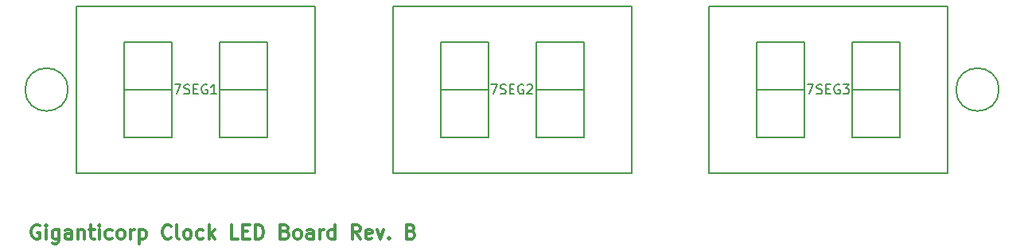
<source format=gto>
G04 #@! TF.FileFunction,Legend,Top*
%FSLAX46Y46*%
G04 Gerber Fmt 4.6, Leading zero omitted, Abs format (unit mm)*
G04 Created by KiCad (PCBNEW (2015-07-22 BZR 5980)-product) date Thursday, August 27, 2015 'AMt' 07:54:42 AM*
%MOMM*%
G01*
G04 APERTURE LIST*
%ADD10C,0.100000*%
%ADD11C,0.300000*%
%ADD12C,0.150000*%
G04 APERTURE END LIST*
D10*
D11*
X81152857Y-122440000D02*
X81010000Y-122368571D01*
X80795714Y-122368571D01*
X80581429Y-122440000D01*
X80438571Y-122582857D01*
X80367143Y-122725714D01*
X80295714Y-123011429D01*
X80295714Y-123225714D01*
X80367143Y-123511429D01*
X80438571Y-123654286D01*
X80581429Y-123797143D01*
X80795714Y-123868571D01*
X80938571Y-123868571D01*
X81152857Y-123797143D01*
X81224286Y-123725714D01*
X81224286Y-123225714D01*
X80938571Y-123225714D01*
X81867143Y-123868571D02*
X81867143Y-122868571D01*
X81867143Y-122368571D02*
X81795714Y-122440000D01*
X81867143Y-122511429D01*
X81938571Y-122440000D01*
X81867143Y-122368571D01*
X81867143Y-122511429D01*
X83224286Y-122868571D02*
X83224286Y-124082857D01*
X83152857Y-124225714D01*
X83081429Y-124297143D01*
X82938572Y-124368571D01*
X82724286Y-124368571D01*
X82581429Y-124297143D01*
X83224286Y-123797143D02*
X83081429Y-123868571D01*
X82795715Y-123868571D01*
X82652857Y-123797143D01*
X82581429Y-123725714D01*
X82510000Y-123582857D01*
X82510000Y-123154286D01*
X82581429Y-123011429D01*
X82652857Y-122940000D01*
X82795715Y-122868571D01*
X83081429Y-122868571D01*
X83224286Y-122940000D01*
X84581429Y-123868571D02*
X84581429Y-123082857D01*
X84510000Y-122940000D01*
X84367143Y-122868571D01*
X84081429Y-122868571D01*
X83938572Y-122940000D01*
X84581429Y-123797143D02*
X84438572Y-123868571D01*
X84081429Y-123868571D01*
X83938572Y-123797143D01*
X83867143Y-123654286D01*
X83867143Y-123511429D01*
X83938572Y-123368571D01*
X84081429Y-123297143D01*
X84438572Y-123297143D01*
X84581429Y-123225714D01*
X85295715Y-122868571D02*
X85295715Y-123868571D01*
X85295715Y-123011429D02*
X85367143Y-122940000D01*
X85510001Y-122868571D01*
X85724286Y-122868571D01*
X85867143Y-122940000D01*
X85938572Y-123082857D01*
X85938572Y-123868571D01*
X86438572Y-122868571D02*
X87010001Y-122868571D01*
X86652858Y-122368571D02*
X86652858Y-123654286D01*
X86724286Y-123797143D01*
X86867144Y-123868571D01*
X87010001Y-123868571D01*
X87510001Y-123868571D02*
X87510001Y-122868571D01*
X87510001Y-122368571D02*
X87438572Y-122440000D01*
X87510001Y-122511429D01*
X87581429Y-122440000D01*
X87510001Y-122368571D01*
X87510001Y-122511429D01*
X88867144Y-123797143D02*
X88724287Y-123868571D01*
X88438573Y-123868571D01*
X88295715Y-123797143D01*
X88224287Y-123725714D01*
X88152858Y-123582857D01*
X88152858Y-123154286D01*
X88224287Y-123011429D01*
X88295715Y-122940000D01*
X88438573Y-122868571D01*
X88724287Y-122868571D01*
X88867144Y-122940000D01*
X89724287Y-123868571D02*
X89581429Y-123797143D01*
X89510001Y-123725714D01*
X89438572Y-123582857D01*
X89438572Y-123154286D01*
X89510001Y-123011429D01*
X89581429Y-122940000D01*
X89724287Y-122868571D01*
X89938572Y-122868571D01*
X90081429Y-122940000D01*
X90152858Y-123011429D01*
X90224287Y-123154286D01*
X90224287Y-123582857D01*
X90152858Y-123725714D01*
X90081429Y-123797143D01*
X89938572Y-123868571D01*
X89724287Y-123868571D01*
X90867144Y-123868571D02*
X90867144Y-122868571D01*
X90867144Y-123154286D02*
X90938572Y-123011429D01*
X91010001Y-122940000D01*
X91152858Y-122868571D01*
X91295715Y-122868571D01*
X91795715Y-122868571D02*
X91795715Y-124368571D01*
X91795715Y-122940000D02*
X91938572Y-122868571D01*
X92224286Y-122868571D01*
X92367143Y-122940000D01*
X92438572Y-123011429D01*
X92510001Y-123154286D01*
X92510001Y-123582857D01*
X92438572Y-123725714D01*
X92367143Y-123797143D01*
X92224286Y-123868571D01*
X91938572Y-123868571D01*
X91795715Y-123797143D01*
X95152858Y-123725714D02*
X95081429Y-123797143D01*
X94867143Y-123868571D01*
X94724286Y-123868571D01*
X94510001Y-123797143D01*
X94367143Y-123654286D01*
X94295715Y-123511429D01*
X94224286Y-123225714D01*
X94224286Y-123011429D01*
X94295715Y-122725714D01*
X94367143Y-122582857D01*
X94510001Y-122440000D01*
X94724286Y-122368571D01*
X94867143Y-122368571D01*
X95081429Y-122440000D01*
X95152858Y-122511429D01*
X96010001Y-123868571D02*
X95867143Y-123797143D01*
X95795715Y-123654286D01*
X95795715Y-122368571D01*
X96795715Y-123868571D02*
X96652857Y-123797143D01*
X96581429Y-123725714D01*
X96510000Y-123582857D01*
X96510000Y-123154286D01*
X96581429Y-123011429D01*
X96652857Y-122940000D01*
X96795715Y-122868571D01*
X97010000Y-122868571D01*
X97152857Y-122940000D01*
X97224286Y-123011429D01*
X97295715Y-123154286D01*
X97295715Y-123582857D01*
X97224286Y-123725714D01*
X97152857Y-123797143D01*
X97010000Y-123868571D01*
X96795715Y-123868571D01*
X98581429Y-123797143D02*
X98438572Y-123868571D01*
X98152858Y-123868571D01*
X98010000Y-123797143D01*
X97938572Y-123725714D01*
X97867143Y-123582857D01*
X97867143Y-123154286D01*
X97938572Y-123011429D01*
X98010000Y-122940000D01*
X98152858Y-122868571D01*
X98438572Y-122868571D01*
X98581429Y-122940000D01*
X99224286Y-123868571D02*
X99224286Y-122368571D01*
X99367143Y-123297143D02*
X99795714Y-123868571D01*
X99795714Y-122868571D02*
X99224286Y-123440000D01*
X102295715Y-123868571D02*
X101581429Y-123868571D01*
X101581429Y-122368571D01*
X102795715Y-123082857D02*
X103295715Y-123082857D01*
X103510001Y-123868571D02*
X102795715Y-123868571D01*
X102795715Y-122368571D01*
X103510001Y-122368571D01*
X104152858Y-123868571D02*
X104152858Y-122368571D01*
X104510001Y-122368571D01*
X104724286Y-122440000D01*
X104867144Y-122582857D01*
X104938572Y-122725714D01*
X105010001Y-123011429D01*
X105010001Y-123225714D01*
X104938572Y-123511429D01*
X104867144Y-123654286D01*
X104724286Y-123797143D01*
X104510001Y-123868571D01*
X104152858Y-123868571D01*
X107295715Y-123082857D02*
X107510001Y-123154286D01*
X107581429Y-123225714D01*
X107652858Y-123368571D01*
X107652858Y-123582857D01*
X107581429Y-123725714D01*
X107510001Y-123797143D01*
X107367143Y-123868571D01*
X106795715Y-123868571D01*
X106795715Y-122368571D01*
X107295715Y-122368571D01*
X107438572Y-122440000D01*
X107510001Y-122511429D01*
X107581429Y-122654286D01*
X107581429Y-122797143D01*
X107510001Y-122940000D01*
X107438572Y-123011429D01*
X107295715Y-123082857D01*
X106795715Y-123082857D01*
X108510001Y-123868571D02*
X108367143Y-123797143D01*
X108295715Y-123725714D01*
X108224286Y-123582857D01*
X108224286Y-123154286D01*
X108295715Y-123011429D01*
X108367143Y-122940000D01*
X108510001Y-122868571D01*
X108724286Y-122868571D01*
X108867143Y-122940000D01*
X108938572Y-123011429D01*
X109010001Y-123154286D01*
X109010001Y-123582857D01*
X108938572Y-123725714D01*
X108867143Y-123797143D01*
X108724286Y-123868571D01*
X108510001Y-123868571D01*
X110295715Y-123868571D02*
X110295715Y-123082857D01*
X110224286Y-122940000D01*
X110081429Y-122868571D01*
X109795715Y-122868571D01*
X109652858Y-122940000D01*
X110295715Y-123797143D02*
X110152858Y-123868571D01*
X109795715Y-123868571D01*
X109652858Y-123797143D01*
X109581429Y-123654286D01*
X109581429Y-123511429D01*
X109652858Y-123368571D01*
X109795715Y-123297143D01*
X110152858Y-123297143D01*
X110295715Y-123225714D01*
X111010001Y-123868571D02*
X111010001Y-122868571D01*
X111010001Y-123154286D02*
X111081429Y-123011429D01*
X111152858Y-122940000D01*
X111295715Y-122868571D01*
X111438572Y-122868571D01*
X112581429Y-123868571D02*
X112581429Y-122368571D01*
X112581429Y-123797143D02*
X112438572Y-123868571D01*
X112152858Y-123868571D01*
X112010000Y-123797143D01*
X111938572Y-123725714D01*
X111867143Y-123582857D01*
X111867143Y-123154286D01*
X111938572Y-123011429D01*
X112010000Y-122940000D01*
X112152858Y-122868571D01*
X112438572Y-122868571D01*
X112581429Y-122940000D01*
X115295715Y-123868571D02*
X114795715Y-123154286D01*
X114438572Y-123868571D02*
X114438572Y-122368571D01*
X115010000Y-122368571D01*
X115152858Y-122440000D01*
X115224286Y-122511429D01*
X115295715Y-122654286D01*
X115295715Y-122868571D01*
X115224286Y-123011429D01*
X115152858Y-123082857D01*
X115010000Y-123154286D01*
X114438572Y-123154286D01*
X116510000Y-123797143D02*
X116367143Y-123868571D01*
X116081429Y-123868571D01*
X115938572Y-123797143D01*
X115867143Y-123654286D01*
X115867143Y-123082857D01*
X115938572Y-122940000D01*
X116081429Y-122868571D01*
X116367143Y-122868571D01*
X116510000Y-122940000D01*
X116581429Y-123082857D01*
X116581429Y-123225714D01*
X115867143Y-123368571D01*
X117081429Y-122868571D02*
X117438572Y-123868571D01*
X117795714Y-122868571D01*
X118367143Y-123725714D02*
X118438571Y-123797143D01*
X118367143Y-123868571D01*
X118295714Y-123797143D01*
X118367143Y-123725714D01*
X118367143Y-123868571D01*
X120724286Y-123082857D02*
X120938572Y-123154286D01*
X121010000Y-123225714D01*
X121081429Y-123368571D01*
X121081429Y-123582857D01*
X121010000Y-123725714D01*
X120938572Y-123797143D01*
X120795714Y-123868571D01*
X120224286Y-123868571D01*
X120224286Y-122368571D01*
X120724286Y-122368571D01*
X120867143Y-122440000D01*
X120938572Y-122511429D01*
X121010000Y-122654286D01*
X121010000Y-122797143D01*
X120938572Y-122940000D01*
X120867143Y-123011429D01*
X120724286Y-123082857D01*
X120224286Y-123082857D01*
D12*
X183261000Y-107950000D02*
G75*
G03X183261000Y-107950000I-2286000J0D01*
G01*
X84201000Y-107950000D02*
G75*
G03X84201000Y-107950000I-2286000J0D01*
G01*
X85090000Y-99060000D02*
X85090000Y-116840000D01*
X110490000Y-99060000D02*
X110490000Y-116840000D01*
X95250000Y-107950000D02*
X90170000Y-107950000D01*
X100330000Y-107950000D02*
X105410000Y-107950000D01*
X85090000Y-116840000D02*
X110490000Y-116840000D01*
X110490000Y-99060000D02*
X85090000Y-99060000D01*
X100330000Y-102870000D02*
X100330000Y-113030000D01*
X100330000Y-113030000D02*
X105410000Y-113030000D01*
X105410000Y-113030000D02*
X105410000Y-102870000D01*
X105410000Y-102870000D02*
X100330000Y-102870000D01*
X90170000Y-102870000D02*
X90170000Y-113030000D01*
X90170000Y-113030000D02*
X95250000Y-113030000D01*
X95250000Y-113030000D02*
X95250000Y-102870000D01*
X95250000Y-102870000D02*
X90170000Y-102870000D01*
X118745000Y-99060000D02*
X118745000Y-116840000D01*
X144145000Y-99060000D02*
X144145000Y-116840000D01*
X128905000Y-107950000D02*
X123825000Y-107950000D01*
X133985000Y-107950000D02*
X139065000Y-107950000D01*
X118745000Y-116840000D02*
X144145000Y-116840000D01*
X144145000Y-99060000D02*
X118745000Y-99060000D01*
X133985000Y-102870000D02*
X133985000Y-113030000D01*
X133985000Y-113030000D02*
X139065000Y-113030000D01*
X139065000Y-113030000D02*
X139065000Y-102870000D01*
X139065000Y-102870000D02*
X133985000Y-102870000D01*
X123825000Y-102870000D02*
X123825000Y-113030000D01*
X123825000Y-113030000D02*
X128905000Y-113030000D01*
X128905000Y-113030000D02*
X128905000Y-102870000D01*
X128905000Y-102870000D02*
X123825000Y-102870000D01*
X152400000Y-99060000D02*
X152400000Y-116840000D01*
X177800000Y-99060000D02*
X177800000Y-116840000D01*
X162560000Y-107950000D02*
X157480000Y-107950000D01*
X167640000Y-107950000D02*
X172720000Y-107950000D01*
X152400000Y-116840000D02*
X177800000Y-116840000D01*
X177800000Y-99060000D02*
X152400000Y-99060000D01*
X167640000Y-102870000D02*
X167640000Y-113030000D01*
X167640000Y-113030000D02*
X172720000Y-113030000D01*
X172720000Y-113030000D02*
X172720000Y-102870000D01*
X172720000Y-102870000D02*
X167640000Y-102870000D01*
X157480000Y-102870000D02*
X157480000Y-113030000D01*
X157480000Y-113030000D02*
X162560000Y-113030000D01*
X162560000Y-113030000D02*
X162560000Y-102870000D01*
X162560000Y-102870000D02*
X157480000Y-102870000D01*
X95551905Y-107402381D02*
X96218572Y-107402381D01*
X95790000Y-108402381D01*
X96551905Y-108354762D02*
X96694762Y-108402381D01*
X96932858Y-108402381D01*
X97028096Y-108354762D01*
X97075715Y-108307143D01*
X97123334Y-108211905D01*
X97123334Y-108116667D01*
X97075715Y-108021429D01*
X97028096Y-107973810D01*
X96932858Y-107926190D01*
X96742381Y-107878571D01*
X96647143Y-107830952D01*
X96599524Y-107783333D01*
X96551905Y-107688095D01*
X96551905Y-107592857D01*
X96599524Y-107497619D01*
X96647143Y-107450000D01*
X96742381Y-107402381D01*
X96980477Y-107402381D01*
X97123334Y-107450000D01*
X97551905Y-107878571D02*
X97885239Y-107878571D01*
X98028096Y-108402381D02*
X97551905Y-108402381D01*
X97551905Y-107402381D01*
X98028096Y-107402381D01*
X98980477Y-107450000D02*
X98885239Y-107402381D01*
X98742382Y-107402381D01*
X98599524Y-107450000D01*
X98504286Y-107545238D01*
X98456667Y-107640476D01*
X98409048Y-107830952D01*
X98409048Y-107973810D01*
X98456667Y-108164286D01*
X98504286Y-108259524D01*
X98599524Y-108354762D01*
X98742382Y-108402381D01*
X98837620Y-108402381D01*
X98980477Y-108354762D01*
X99028096Y-108307143D01*
X99028096Y-107973810D01*
X98837620Y-107973810D01*
X99980477Y-108402381D02*
X99409048Y-108402381D01*
X99694762Y-108402381D02*
X99694762Y-107402381D01*
X99599524Y-107545238D01*
X99504286Y-107640476D01*
X99409048Y-107688095D01*
X129206905Y-107402381D02*
X129873572Y-107402381D01*
X129445000Y-108402381D01*
X130206905Y-108354762D02*
X130349762Y-108402381D01*
X130587858Y-108402381D01*
X130683096Y-108354762D01*
X130730715Y-108307143D01*
X130778334Y-108211905D01*
X130778334Y-108116667D01*
X130730715Y-108021429D01*
X130683096Y-107973810D01*
X130587858Y-107926190D01*
X130397381Y-107878571D01*
X130302143Y-107830952D01*
X130254524Y-107783333D01*
X130206905Y-107688095D01*
X130206905Y-107592857D01*
X130254524Y-107497619D01*
X130302143Y-107450000D01*
X130397381Y-107402381D01*
X130635477Y-107402381D01*
X130778334Y-107450000D01*
X131206905Y-107878571D02*
X131540239Y-107878571D01*
X131683096Y-108402381D02*
X131206905Y-108402381D01*
X131206905Y-107402381D01*
X131683096Y-107402381D01*
X132635477Y-107450000D02*
X132540239Y-107402381D01*
X132397382Y-107402381D01*
X132254524Y-107450000D01*
X132159286Y-107545238D01*
X132111667Y-107640476D01*
X132064048Y-107830952D01*
X132064048Y-107973810D01*
X132111667Y-108164286D01*
X132159286Y-108259524D01*
X132254524Y-108354762D01*
X132397382Y-108402381D01*
X132492620Y-108402381D01*
X132635477Y-108354762D01*
X132683096Y-108307143D01*
X132683096Y-107973810D01*
X132492620Y-107973810D01*
X133064048Y-107497619D02*
X133111667Y-107450000D01*
X133206905Y-107402381D01*
X133445001Y-107402381D01*
X133540239Y-107450000D01*
X133587858Y-107497619D01*
X133635477Y-107592857D01*
X133635477Y-107688095D01*
X133587858Y-107830952D01*
X133016429Y-108402381D01*
X133635477Y-108402381D01*
X162861905Y-107402381D02*
X163528572Y-107402381D01*
X163100000Y-108402381D01*
X163861905Y-108354762D02*
X164004762Y-108402381D01*
X164242858Y-108402381D01*
X164338096Y-108354762D01*
X164385715Y-108307143D01*
X164433334Y-108211905D01*
X164433334Y-108116667D01*
X164385715Y-108021429D01*
X164338096Y-107973810D01*
X164242858Y-107926190D01*
X164052381Y-107878571D01*
X163957143Y-107830952D01*
X163909524Y-107783333D01*
X163861905Y-107688095D01*
X163861905Y-107592857D01*
X163909524Y-107497619D01*
X163957143Y-107450000D01*
X164052381Y-107402381D01*
X164290477Y-107402381D01*
X164433334Y-107450000D01*
X164861905Y-107878571D02*
X165195239Y-107878571D01*
X165338096Y-108402381D02*
X164861905Y-108402381D01*
X164861905Y-107402381D01*
X165338096Y-107402381D01*
X166290477Y-107450000D02*
X166195239Y-107402381D01*
X166052382Y-107402381D01*
X165909524Y-107450000D01*
X165814286Y-107545238D01*
X165766667Y-107640476D01*
X165719048Y-107830952D01*
X165719048Y-107973810D01*
X165766667Y-108164286D01*
X165814286Y-108259524D01*
X165909524Y-108354762D01*
X166052382Y-108402381D01*
X166147620Y-108402381D01*
X166290477Y-108354762D01*
X166338096Y-108307143D01*
X166338096Y-107973810D01*
X166147620Y-107973810D01*
X166671429Y-107402381D02*
X167290477Y-107402381D01*
X166957143Y-107783333D01*
X167100001Y-107783333D01*
X167195239Y-107830952D01*
X167242858Y-107878571D01*
X167290477Y-107973810D01*
X167290477Y-108211905D01*
X167242858Y-108307143D01*
X167195239Y-108354762D01*
X167100001Y-108402381D01*
X166814286Y-108402381D01*
X166719048Y-108354762D01*
X166671429Y-108307143D01*
M02*

</source>
